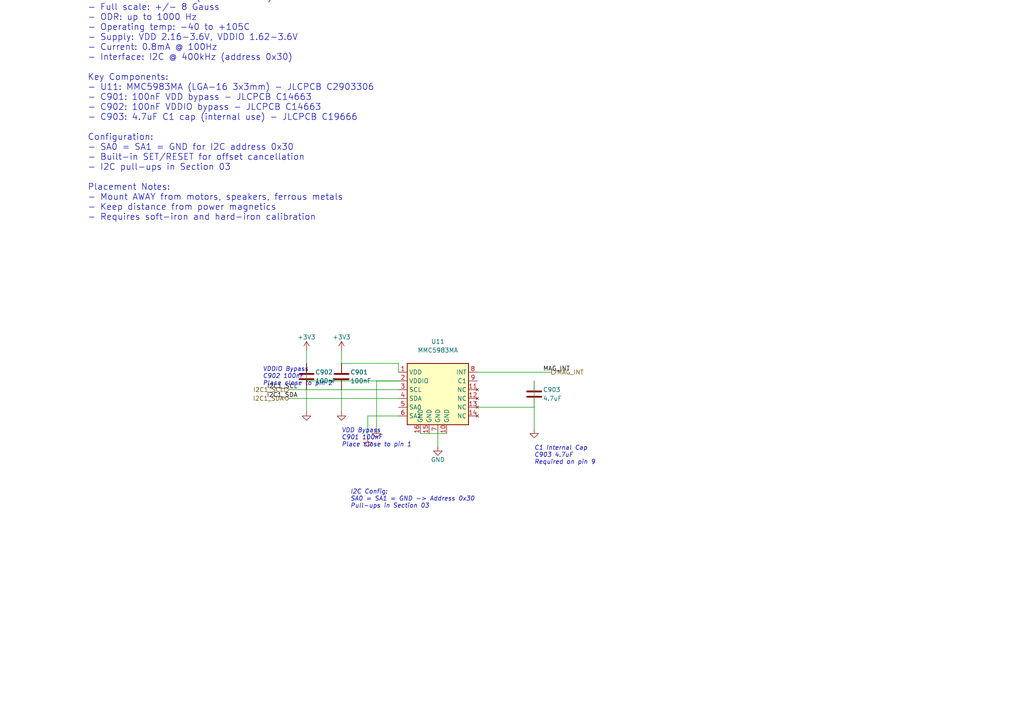
<source format=kicad_sch>
(kicad_sch (version 20231120) (generator "eeschema") (generator_version "8.0")
  (paper "A4")
  (title_block (title "Section 09: Magnetometer") (date "2026-01-29") (rev "1.0") (company "IMSAFE Project") (comment 1 "MMC5983MA 3-Axis Magnetometer") (comment 2 "I2C address 0x30"))
  (lib_symbols
    (symbol "Device:C" (pin_numbers hide) (pin_names (offset 0.254))
      (property "Reference" "C" (at 0.635 2.54 0))
      (property "Value" "C" (at 0.635 -2.54 0))
      (symbol "C_0_1"
        (polyline (pts (xy -2.032 -0.762) (xy 2.032 -0.762)) (stroke (width 0.508)))
        (polyline (pts (xy -2.032 0.762) (xy 2.032 0.762)) (stroke (width 0.508)))
      )
      (symbol "C_1_1"
        (pin passive line (at 0 3.81 270) (length 2.794) (name "~") (number "1"))
        (pin passive line (at 0 -3.81 90) (length 2.794) (name "~") (number "2"))
      )
    )
    (symbol "power:GND" (power) (pin_numbers hide) (pin_names (offset 0) hide)
      (property "Value" "GND" (at 0 -3.81 0))
      (symbol "GND_0_1"
        (polyline (pts (xy 0 0) (xy 0 -1.27) (xy 1.27 -1.27) (xy 0 -2.54) (xy -1.27 -1.27) (xy 0 -1.27)))
      )
      (symbol "GND_1_1"
        (pin power_in line (at 0 0 270) (length 0) (name "GND") (number "1"))
      )
    )
    (symbol "power:+3V3" (power) (pin_numbers hide) (pin_names (offset 0) hide)
      (property "Value" "+3V3" (at 0 3.556 0))
      (symbol "+3V3_0_1"
        (polyline (pts (xy -0.762 1.27) (xy 0 2.54)))
        (polyline (pts (xy 0 0) (xy 0 2.54)))
        (polyline (pts (xy 0 2.54) (xy 0.762 1.27)))
      )
      (symbol "+3V3_1_1"
        (pin power_in line (at 0 0 90) (length 0) (name "+3V3") (number "1"))
      )
    )
    (symbol "Sensor:MMC5983MA"
      (property "Reference" "U" (at 0 12.7 0))
      (property "Value" "MMC5983MA" (at 0 10.16 0))
      (symbol "MMC5983MA_0_1"
        (rectangle (start -8.89 8.89) (end 8.89 -8.89) (stroke (width 0.254)) (fill (type background)))
      )
      (symbol "MMC5983MA_1_1"
        (pin power_in line (at -11.43 6.35 0) (length 2.54) (name "VDD") (number "1"))
        (pin power_in line (at -11.43 3.81 0) (length 2.54) (name "VDDIO") (number "2"))
        (pin input line (at -11.43 1.27 0) (length 2.54) (name "SCL") (number "3"))
        (pin bidirectional line (at -11.43 -1.27 0) (length 2.54) (name "SDA") (number "4"))
        (pin input line (at -11.43 -3.81 0) (length 2.54) (name "SA0") (number "5"))
        (pin input line (at -11.43 -6.35 0) (length 2.54) (name "SA1") (number "6"))
        (pin power_in line (at 0 -11.43 90) (length 2.54) (name "GND") (number "7"))
        (pin output line (at 11.43 6.35 180) (length 2.54) (name "INT") (number "8"))
        (pin passive line (at 11.43 3.81 180) (length 2.54) (name "C1") (number "9"))
        (pin power_in line (at 2.54 -11.43 90) (length 2.54) (name "GND") (number "10"))
        (pin no_connect line (at 11.43 1.27 180) (length 2.54) (name "NC") (number "11"))
        (pin no_connect line (at 11.43 -1.27 180) (length 2.54) (name "NC") (number "12"))
        (pin no_connect line (at 11.43 -3.81 180) (length 2.54) (name "NC") (number "13"))
        (pin no_connect line (at 11.43 -6.35 180) (length 2.54) (name "NC") (number "14"))
        (pin power_in line (at -2.54 -11.43 90) (length 2.54) (name "GND") (number "15"))
        (pin power_in line (at -5.08 -11.43 90) (length 2.54) (name "GND") (number "16"))
      )
    )
  )
  (text "MMC5983MA 3-Axis Magnetometer\n\nSpecifications:\n- Resolution: 18-bit\n- Noise: 0.4 mG RMS (best-in-class)\n- Full scale: +/- 8 Gauss\n- ODR: up to 1000 Hz\n- Operating temp: -40 to +105C\n- Supply: VDD 2.16-3.6V, VDDIO 1.62-3.6V\n- Current: 0.8mA @ 100Hz\n- Interface: I2C @ 400kHz (address 0x30)\n\nKey Components:\n- U11: MMC5983MA (LGA-16 3x3mm) - JLCPCB C2903306\n- C901: 100nF VDD bypass - JLCPCB C14663\n- C902: 100nF VDDIO bypass - JLCPCB C14663\n- C903: 4.7uF C1 cap (internal use) - JLCPCB C19666\n\nConfiguration:\n- SA0 = SA1 = GND for I2C address 0x30\n- Built-in SET/RESET for offset cancellation\n- I2C pull-ups in Section 03\n\nPlacement Notes:\n- Mount AWAY from motors, speakers, ferrous metals\n- Keep distance from power magnetics\n- Requires soft-iron and hard-iron calibration" (at 25.4 25.4 0) (effects (font (size 1.8 1.8)) (justify left)))
  (symbol (lib_id "Sensor:MMC5983MA") (at 127 114.3 0) (unit 1)
    (property "Reference" "U11" (at 127 99.06 0))
    (property "Value" "MMC5983MA" (at 127 101.6 0))
    (property "Footprint" "Package_LGA:LGA-16_3x3mm_P0.5mm" (effects hide))
    (property "Datasheet" "https://www.memsic.com/Public/Uploads/uploadfile/files/20220119/MMC5983MADatasheetRevA.pdf" (effects hide))
    (property "JLCPCB" "C2903306" (effects hide))
  )
  (symbol (lib_id "Device:C") (at 99.06 109.22 0) (unit 1)
    (property "Reference" "C901" (at 101.6 107.95 0) (effects (justify left)))
    (property "Value" "100nF" (at 101.6 110.49 0) (effects (justify left)))
    (property "Footprint" "Capacitor_SMD:C_0603_1608Metric" (effects hide))
    (property "JLCPCB" "C14663" (effects hide))
  )
  (symbol (lib_id "Device:C") (at 88.9 109.22 0) (unit 1)
    (property "Reference" "C902" (at 91.44 107.95 0) (effects (justify left)))
    (property "Value" "100nF" (at 91.44 110.49 0) (effects (justify left)))
    (property "Footprint" "Capacitor_SMD:C_0603_1608Metric" (effects hide))
    (property "JLCPCB" "C14663" (effects hide))
  )
  (symbol (lib_id "Device:C") (at 154.94 114.3 0) (unit 1)
    (property "Reference" "C903" (at 157.48 113.03 0) (effects (justify left)))
    (property "Value" "4.7uF" (at 157.48 115.57 0) (effects (justify left)))
    (property "Footprint" "Capacitor_SMD:C_0603_1608Metric" (effects hide))
    (property "JLCPCB" "C19666" (effects hide))
  )
  (symbol (lib_id "power:+3V3") (at 99.06 101.6 0) (unit 1)
    (property "Reference" "#PWR0901" (effects hide))
    (property "Value" "+3V3" (at 99.06 97.79 0))
  )
  (symbol (lib_id "power:+3V3") (at 88.9 101.6 0) (unit 1)
    (property "Reference" "#PWR0902" (effects hide))
    (property "Value" "+3V3" (at 88.9 97.79 0))
  )
  (symbol (lib_id "power:GND") (at 127 129.54 0) (unit 1)
    (property "Reference" "#PWR0903" (effects hide))
    (property "Value" "GND" (at 127 133.35 0))
  )
  (symbol (lib_id "power:GND") (at 99.06 119.38 0) (unit 1)
    (property "Reference" "#PWR0904" (effects hide))
    (property "Value" "GND" (effects hide))
  )
  (symbol (lib_id "power:GND") (at 88.9 119.38 0) (unit 1)
    (property "Reference" "#PWR0905" (effects hide))
    (property "Value" "GND" (effects hide))
  )
  (symbol (lib_id "power:GND") (at 154.94 124.46 0) (unit 1)
    (property "Reference" "#PWR0906" (effects hide))
    (property "Value" "GND" (effects hide))
  )
  (symbol (lib_id "power:GND") (at 109.22 124.46 0) (unit 1)
    (property "Reference" "#PWR0907" (effects hide))
    (property "Value" "GND" (effects hide))
  )
  (symbol (lib_id "power:GND") (at 106.68 127 0) (unit 1)
    (property "Reference" "#PWR0908" (effects hide))
    (property "Value" "GND" (effects hide))
  )
  (wire (pts (xy 99.06 101.6) (xy 99.06 105.41)))
  (wire (pts (xy 99.06 105.41) (xy 99.06 107.95)))
  (wire (pts (xy 99.06 105.41) (xy 115.57 105.41)))
  (wire (pts (xy 115.57 105.41) (xy 115.57 107.95)))
  (wire (pts (xy 99.06 113.03) (xy 99.06 119.38)))
  (wire (pts (xy 88.9 101.6) (xy 88.9 105.41)))
  (wire (pts (xy 88.9 105.41) (xy 88.9 110.49)))
  (wire (pts (xy 88.9 110.49) (xy 115.57 110.49)))
  (wire (pts (xy 88.9 113.03) (xy 88.9 119.38)))
  (wire (pts (xy 138.43 118.11) (xy 154.94 118.11)))
  (wire (pts (xy 154.94 110.49) (xy 154.94 118.11)))
  (wire (pts (xy 154.94 118.11) (xy 154.94 124.46)))
  (wire (pts (xy 127 125.73) (xy 127 127)))
  (wire (pts (xy 124.46 125.73) (xy 127 125.73)))
  (wire (pts (xy 129.54 125.73) (xy 127 125.73)))
  (wire (pts (xy 121.92 125.73) (xy 124.46 125.73)))
  (wire (pts (xy 127 127) (xy 127 129.54)))
  (wire (pts (xy 115.57 110.49) (xy 109.22 110.49)))
  (wire (pts (xy 109.22 110.49) (xy 109.22 124.46)))
  (wire (pts (xy 115.57 120.65) (xy 106.68 120.65)))
  (wire (pts (xy 106.68 120.65) (xy 106.68 127)))
  (wire (pts (xy 115.57 113.03) (xy 83.82 113.03)))
  (wire (pts (xy 115.57 115.57) (xy 83.82 115.57)))
  (wire (pts (xy 138.43 107.95) (xy 160.02 107.95)))
  (label "I2C1_SCL" (at 86.36 113.03 180))
  (label "I2C1_SDA" (at 86.36 115.57 180))
  (label "MAG_INT" (at 157.48 107.95 0))
  (hierarchical_label "I2C1_SCL" (shape input) (at 83.82 113.03 180))
  (hierarchical_label "I2C1_SDA" (shape bidirectional) (at 83.82 115.57 180))
  (hierarchical_label "MAG_INT" (shape output) (at 160.02 107.95 0))
  (text "VDD Bypass\nC901 100nF\nPlace close to pin 1" (at 99.06 127 0) (effects (font (size 1.27 1.27) (italic yes)) (justify left)))
  (text "VDDIO Bypass\nC902 100nF\nPlace close to pin 2" (at 76.2 109.22 0) (effects (font (size 1.27 1.27) (italic yes)) (justify left)))
  (text "C1 Internal Cap\nC903 4.7uF\nRequired on pin 9" (at 154.94 132.08 0) (effects (font (size 1.27 1.27) (italic yes)) (justify left)))
  (text "I2C Config:\nSA0 = SA1 = GND -> Address 0x30\nPull-ups in Section 03" (at 101.6 144.78 0) (effects (font (size 1.27 1.27) (italic yes)) (justify left)))
)
</source>
